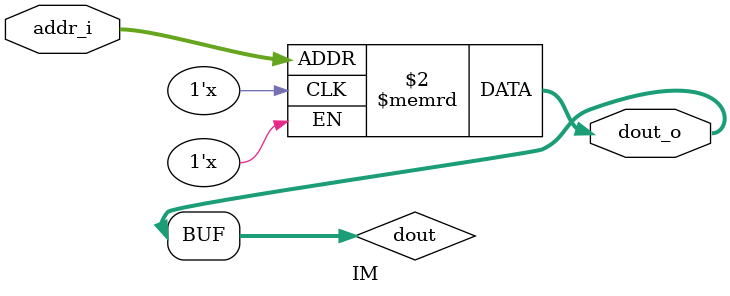
<source format=v>


module IM(addr_i,dout_o);
	input [11:2] addr_i;
	
	output [31:0]  dout_o;
	
	reg[31:0] dout;
	
	reg [31:0]  IMem[1023:0];
	
	always@(addr_i)
	dout<=IMem[addr_i];

assign dout_o=dout;
endmodule
</source>
